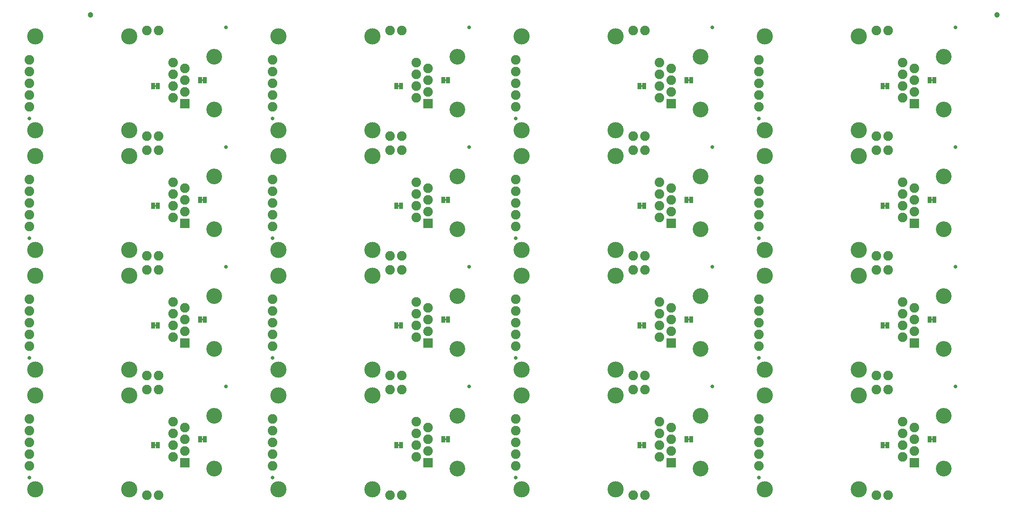
<source format=gbs>
G04 EAGLE Gerber RS-274X export*
G75*
%MOMM*%
%FSLAX34Y34*%
%LPD*%
%INSoldermask Bottom*%
%IPPOS*%
%AMOC8*
5,1,8,0,0,1.08239X$1,22.5*%
G01*
%ADD10C,2.082800*%
%ADD11R,2.082800X2.082800*%
%ADD12C,3.403200*%
%ADD13C,3.505200*%
%ADD14R,0.863600X1.473200*%
%ADD15C,0.838200*%
%ADD16C,1.203200*%

G36*
X389320Y908697D02*
X389320Y908697D01*
X389386Y908699D01*
X389429Y908717D01*
X389476Y908725D01*
X389533Y908759D01*
X389593Y908784D01*
X389628Y908815D01*
X389669Y908840D01*
X389711Y908891D01*
X389759Y908935D01*
X389781Y908977D01*
X389810Y909014D01*
X389831Y909076D01*
X389862Y909135D01*
X389870Y909189D01*
X389882Y909226D01*
X389881Y909266D01*
X389889Y909320D01*
X389889Y911860D01*
X389878Y911925D01*
X389876Y911991D01*
X389858Y912034D01*
X389850Y912081D01*
X389816Y912138D01*
X389791Y912198D01*
X389760Y912233D01*
X389735Y912274D01*
X389684Y912316D01*
X389640Y912364D01*
X389598Y912386D01*
X389561Y912415D01*
X389499Y912436D01*
X389440Y912467D01*
X389386Y912475D01*
X389349Y912487D01*
X389309Y912486D01*
X389255Y912494D01*
X385445Y912494D01*
X385380Y912483D01*
X385314Y912481D01*
X385271Y912463D01*
X385224Y912455D01*
X385167Y912421D01*
X385107Y912396D01*
X385072Y912365D01*
X385031Y912340D01*
X384990Y912289D01*
X384941Y912245D01*
X384919Y912203D01*
X384890Y912166D01*
X384869Y912104D01*
X384838Y912045D01*
X384830Y911991D01*
X384818Y911954D01*
X384818Y911951D01*
X384819Y911914D01*
X384811Y911860D01*
X384811Y909320D01*
X384822Y909255D01*
X384824Y909189D01*
X384842Y909146D01*
X384850Y909099D01*
X384884Y909042D01*
X384909Y908982D01*
X384940Y908947D01*
X384965Y908906D01*
X385016Y908865D01*
X385060Y908816D01*
X385102Y908794D01*
X385139Y908765D01*
X385201Y908744D01*
X385260Y908713D01*
X385314Y908705D01*
X385351Y908693D01*
X385391Y908694D01*
X385445Y908686D01*
X389255Y908686D01*
X389320Y908697D01*
G37*
G36*
X1966660Y908697D02*
X1966660Y908697D01*
X1966726Y908699D01*
X1966769Y908717D01*
X1966816Y908725D01*
X1966873Y908759D01*
X1966933Y908784D01*
X1966968Y908815D01*
X1967009Y908840D01*
X1967051Y908891D01*
X1967099Y908935D01*
X1967121Y908977D01*
X1967150Y909014D01*
X1967171Y909076D01*
X1967202Y909135D01*
X1967210Y909189D01*
X1967222Y909226D01*
X1967221Y909266D01*
X1967229Y909320D01*
X1967229Y911860D01*
X1967218Y911925D01*
X1967216Y911991D01*
X1967198Y912034D01*
X1967190Y912081D01*
X1967156Y912138D01*
X1967131Y912198D01*
X1967100Y912233D01*
X1967075Y912274D01*
X1967024Y912316D01*
X1966980Y912364D01*
X1966938Y912386D01*
X1966901Y912415D01*
X1966839Y912436D01*
X1966780Y912467D01*
X1966726Y912475D01*
X1966689Y912487D01*
X1966649Y912486D01*
X1966595Y912494D01*
X1962785Y912494D01*
X1962720Y912483D01*
X1962654Y912481D01*
X1962611Y912463D01*
X1962564Y912455D01*
X1962507Y912421D01*
X1962447Y912396D01*
X1962412Y912365D01*
X1962371Y912340D01*
X1962330Y912289D01*
X1962281Y912245D01*
X1962259Y912203D01*
X1962230Y912166D01*
X1962209Y912104D01*
X1962178Y912045D01*
X1962170Y911991D01*
X1962158Y911954D01*
X1962158Y911951D01*
X1962159Y911914D01*
X1962151Y911860D01*
X1962151Y909320D01*
X1962162Y909255D01*
X1962164Y909189D01*
X1962182Y909146D01*
X1962190Y909099D01*
X1962224Y909042D01*
X1962249Y908982D01*
X1962280Y908947D01*
X1962305Y908906D01*
X1962356Y908865D01*
X1962400Y908816D01*
X1962442Y908794D01*
X1962479Y908765D01*
X1962541Y908744D01*
X1962600Y908713D01*
X1962654Y908705D01*
X1962691Y908693D01*
X1962731Y908694D01*
X1962785Y908686D01*
X1966595Y908686D01*
X1966660Y908697D01*
G37*
G36*
X1440880Y908697D02*
X1440880Y908697D01*
X1440946Y908699D01*
X1440989Y908717D01*
X1441036Y908725D01*
X1441093Y908759D01*
X1441153Y908784D01*
X1441188Y908815D01*
X1441229Y908840D01*
X1441271Y908891D01*
X1441319Y908935D01*
X1441341Y908977D01*
X1441370Y909014D01*
X1441391Y909076D01*
X1441422Y909135D01*
X1441430Y909189D01*
X1441442Y909226D01*
X1441441Y909266D01*
X1441449Y909320D01*
X1441449Y911860D01*
X1441438Y911925D01*
X1441436Y911991D01*
X1441418Y912034D01*
X1441410Y912081D01*
X1441376Y912138D01*
X1441351Y912198D01*
X1441320Y912233D01*
X1441295Y912274D01*
X1441244Y912316D01*
X1441200Y912364D01*
X1441158Y912386D01*
X1441121Y912415D01*
X1441059Y912436D01*
X1441000Y912467D01*
X1440946Y912475D01*
X1440909Y912487D01*
X1440869Y912486D01*
X1440815Y912494D01*
X1437005Y912494D01*
X1436940Y912483D01*
X1436874Y912481D01*
X1436831Y912463D01*
X1436784Y912455D01*
X1436727Y912421D01*
X1436667Y912396D01*
X1436632Y912365D01*
X1436591Y912340D01*
X1436550Y912289D01*
X1436501Y912245D01*
X1436479Y912203D01*
X1436450Y912166D01*
X1436429Y912104D01*
X1436398Y912045D01*
X1436390Y911991D01*
X1436378Y911954D01*
X1436378Y911951D01*
X1436379Y911914D01*
X1436371Y911860D01*
X1436371Y909320D01*
X1436382Y909255D01*
X1436384Y909189D01*
X1436402Y909146D01*
X1436410Y909099D01*
X1436444Y909042D01*
X1436469Y908982D01*
X1436500Y908947D01*
X1436525Y908906D01*
X1436576Y908865D01*
X1436620Y908816D01*
X1436662Y908794D01*
X1436699Y908765D01*
X1436761Y908744D01*
X1436820Y908713D01*
X1436874Y908705D01*
X1436911Y908693D01*
X1436951Y908694D01*
X1437005Y908686D01*
X1440815Y908686D01*
X1440880Y908697D01*
G37*
G36*
X915100Y908697D02*
X915100Y908697D01*
X915166Y908699D01*
X915209Y908717D01*
X915256Y908725D01*
X915313Y908759D01*
X915373Y908784D01*
X915408Y908815D01*
X915449Y908840D01*
X915491Y908891D01*
X915539Y908935D01*
X915561Y908977D01*
X915590Y909014D01*
X915611Y909076D01*
X915642Y909135D01*
X915650Y909189D01*
X915662Y909226D01*
X915661Y909266D01*
X915669Y909320D01*
X915669Y911860D01*
X915658Y911925D01*
X915656Y911991D01*
X915638Y912034D01*
X915630Y912081D01*
X915596Y912138D01*
X915571Y912198D01*
X915540Y912233D01*
X915515Y912274D01*
X915464Y912316D01*
X915420Y912364D01*
X915378Y912386D01*
X915341Y912415D01*
X915279Y912436D01*
X915220Y912467D01*
X915166Y912475D01*
X915129Y912487D01*
X915089Y912486D01*
X915035Y912494D01*
X911225Y912494D01*
X911160Y912483D01*
X911094Y912481D01*
X911051Y912463D01*
X911004Y912455D01*
X910947Y912421D01*
X910887Y912396D01*
X910852Y912365D01*
X910811Y912340D01*
X910770Y912289D01*
X910721Y912245D01*
X910699Y912203D01*
X910670Y912166D01*
X910649Y912104D01*
X910618Y912045D01*
X910610Y911991D01*
X910598Y911954D01*
X910598Y911951D01*
X910599Y911914D01*
X910591Y911860D01*
X910591Y909320D01*
X910602Y909255D01*
X910604Y909189D01*
X910622Y909146D01*
X910630Y909099D01*
X910664Y909042D01*
X910689Y908982D01*
X910720Y908947D01*
X910745Y908906D01*
X910796Y908865D01*
X910840Y908816D01*
X910882Y908794D01*
X910919Y908765D01*
X910981Y908744D01*
X911040Y908713D01*
X911094Y908705D01*
X911131Y908693D01*
X911171Y908694D01*
X911225Y908686D01*
X915035Y908686D01*
X915100Y908697D01*
G37*
G36*
X1865060Y895997D02*
X1865060Y895997D01*
X1865126Y895999D01*
X1865169Y896017D01*
X1865216Y896025D01*
X1865273Y896059D01*
X1865333Y896084D01*
X1865368Y896115D01*
X1865409Y896140D01*
X1865451Y896191D01*
X1865499Y896235D01*
X1865521Y896277D01*
X1865550Y896314D01*
X1865571Y896376D01*
X1865602Y896435D01*
X1865610Y896489D01*
X1865622Y896526D01*
X1865621Y896566D01*
X1865629Y896620D01*
X1865629Y899160D01*
X1865618Y899225D01*
X1865616Y899291D01*
X1865598Y899334D01*
X1865590Y899381D01*
X1865556Y899438D01*
X1865531Y899498D01*
X1865500Y899533D01*
X1865475Y899574D01*
X1865424Y899616D01*
X1865380Y899664D01*
X1865338Y899686D01*
X1865301Y899715D01*
X1865239Y899736D01*
X1865180Y899767D01*
X1865126Y899775D01*
X1865089Y899787D01*
X1865049Y899786D01*
X1864995Y899794D01*
X1861185Y899794D01*
X1861120Y899783D01*
X1861054Y899781D01*
X1861011Y899763D01*
X1860964Y899755D01*
X1860907Y899721D01*
X1860847Y899696D01*
X1860812Y899665D01*
X1860771Y899640D01*
X1860730Y899589D01*
X1860681Y899545D01*
X1860659Y899503D01*
X1860630Y899466D01*
X1860609Y899404D01*
X1860578Y899345D01*
X1860570Y899291D01*
X1860558Y899254D01*
X1860558Y899251D01*
X1860559Y899214D01*
X1860551Y899160D01*
X1860551Y896620D01*
X1860562Y896555D01*
X1860564Y896489D01*
X1860582Y896446D01*
X1860590Y896399D01*
X1860624Y896342D01*
X1860649Y896282D01*
X1860680Y896247D01*
X1860705Y896206D01*
X1860756Y896165D01*
X1860800Y896116D01*
X1860842Y896094D01*
X1860879Y896065D01*
X1860941Y896044D01*
X1861000Y896013D01*
X1861054Y896005D01*
X1861091Y895993D01*
X1861131Y895994D01*
X1861185Y895986D01*
X1864995Y895986D01*
X1865060Y895997D01*
G37*
G36*
X1339280Y895997D02*
X1339280Y895997D01*
X1339346Y895999D01*
X1339389Y896017D01*
X1339436Y896025D01*
X1339493Y896059D01*
X1339553Y896084D01*
X1339588Y896115D01*
X1339629Y896140D01*
X1339671Y896191D01*
X1339719Y896235D01*
X1339741Y896277D01*
X1339770Y896314D01*
X1339791Y896376D01*
X1339822Y896435D01*
X1339830Y896489D01*
X1339842Y896526D01*
X1339841Y896566D01*
X1339849Y896620D01*
X1339849Y899160D01*
X1339838Y899225D01*
X1339836Y899291D01*
X1339818Y899334D01*
X1339810Y899381D01*
X1339776Y899438D01*
X1339751Y899498D01*
X1339720Y899533D01*
X1339695Y899574D01*
X1339644Y899616D01*
X1339600Y899664D01*
X1339558Y899686D01*
X1339521Y899715D01*
X1339459Y899736D01*
X1339400Y899767D01*
X1339346Y899775D01*
X1339309Y899787D01*
X1339269Y899786D01*
X1339215Y899794D01*
X1335405Y899794D01*
X1335340Y899783D01*
X1335274Y899781D01*
X1335231Y899763D01*
X1335184Y899755D01*
X1335127Y899721D01*
X1335067Y899696D01*
X1335032Y899665D01*
X1334991Y899640D01*
X1334950Y899589D01*
X1334901Y899545D01*
X1334879Y899503D01*
X1334850Y899466D01*
X1334829Y899404D01*
X1334798Y899345D01*
X1334790Y899291D01*
X1334778Y899254D01*
X1334778Y899251D01*
X1334779Y899214D01*
X1334771Y899160D01*
X1334771Y896620D01*
X1334782Y896555D01*
X1334784Y896489D01*
X1334802Y896446D01*
X1334810Y896399D01*
X1334844Y896342D01*
X1334869Y896282D01*
X1334900Y896247D01*
X1334925Y896206D01*
X1334976Y896165D01*
X1335020Y896116D01*
X1335062Y896094D01*
X1335099Y896065D01*
X1335161Y896044D01*
X1335220Y896013D01*
X1335274Y896005D01*
X1335311Y895993D01*
X1335351Y895994D01*
X1335405Y895986D01*
X1339215Y895986D01*
X1339280Y895997D01*
G37*
G36*
X813500Y895997D02*
X813500Y895997D01*
X813566Y895999D01*
X813609Y896017D01*
X813656Y896025D01*
X813713Y896059D01*
X813773Y896084D01*
X813808Y896115D01*
X813849Y896140D01*
X813891Y896191D01*
X813939Y896235D01*
X813961Y896277D01*
X813990Y896314D01*
X814011Y896376D01*
X814042Y896435D01*
X814050Y896489D01*
X814062Y896526D01*
X814061Y896566D01*
X814069Y896620D01*
X814069Y899160D01*
X814058Y899225D01*
X814056Y899291D01*
X814038Y899334D01*
X814030Y899381D01*
X813996Y899438D01*
X813971Y899498D01*
X813940Y899533D01*
X813915Y899574D01*
X813864Y899616D01*
X813820Y899664D01*
X813778Y899686D01*
X813741Y899715D01*
X813679Y899736D01*
X813620Y899767D01*
X813566Y899775D01*
X813529Y899787D01*
X813489Y899786D01*
X813435Y899794D01*
X809625Y899794D01*
X809560Y899783D01*
X809494Y899781D01*
X809451Y899763D01*
X809404Y899755D01*
X809347Y899721D01*
X809287Y899696D01*
X809252Y899665D01*
X809211Y899640D01*
X809170Y899589D01*
X809121Y899545D01*
X809099Y899503D01*
X809070Y899466D01*
X809049Y899404D01*
X809018Y899345D01*
X809010Y899291D01*
X808998Y899254D01*
X808998Y899251D01*
X808999Y899214D01*
X808991Y899160D01*
X808991Y896620D01*
X809002Y896555D01*
X809004Y896489D01*
X809022Y896446D01*
X809030Y896399D01*
X809064Y896342D01*
X809089Y896282D01*
X809120Y896247D01*
X809145Y896206D01*
X809196Y896165D01*
X809240Y896116D01*
X809282Y896094D01*
X809319Y896065D01*
X809381Y896044D01*
X809440Y896013D01*
X809494Y896005D01*
X809531Y895993D01*
X809571Y895994D01*
X809625Y895986D01*
X813435Y895986D01*
X813500Y895997D01*
G37*
G36*
X287720Y895997D02*
X287720Y895997D01*
X287786Y895999D01*
X287829Y896017D01*
X287876Y896025D01*
X287933Y896059D01*
X287993Y896084D01*
X288028Y896115D01*
X288069Y896140D01*
X288111Y896191D01*
X288159Y896235D01*
X288181Y896277D01*
X288210Y896314D01*
X288231Y896376D01*
X288262Y896435D01*
X288270Y896489D01*
X288282Y896526D01*
X288281Y896566D01*
X288289Y896620D01*
X288289Y899160D01*
X288278Y899225D01*
X288276Y899291D01*
X288258Y899334D01*
X288250Y899381D01*
X288216Y899438D01*
X288191Y899498D01*
X288160Y899533D01*
X288135Y899574D01*
X288084Y899616D01*
X288040Y899664D01*
X287998Y899686D01*
X287961Y899715D01*
X287899Y899736D01*
X287840Y899767D01*
X287786Y899775D01*
X287749Y899787D01*
X287709Y899786D01*
X287655Y899794D01*
X283845Y899794D01*
X283780Y899783D01*
X283714Y899781D01*
X283671Y899763D01*
X283624Y899755D01*
X283567Y899721D01*
X283507Y899696D01*
X283472Y899665D01*
X283431Y899640D01*
X283390Y899589D01*
X283341Y899545D01*
X283319Y899503D01*
X283290Y899466D01*
X283269Y899404D01*
X283238Y899345D01*
X283230Y899291D01*
X283218Y899254D01*
X283218Y899251D01*
X283219Y899214D01*
X283211Y899160D01*
X283211Y896620D01*
X283222Y896555D01*
X283224Y896489D01*
X283242Y896446D01*
X283250Y896399D01*
X283284Y896342D01*
X283309Y896282D01*
X283340Y896247D01*
X283365Y896206D01*
X283416Y896165D01*
X283460Y896116D01*
X283502Y896094D01*
X283539Y896065D01*
X283601Y896044D01*
X283660Y896013D01*
X283714Y896005D01*
X283751Y895993D01*
X283791Y895994D01*
X283845Y895986D01*
X287655Y895986D01*
X287720Y895997D01*
G37*
G36*
X1966660Y649617D02*
X1966660Y649617D01*
X1966726Y649619D01*
X1966769Y649637D01*
X1966816Y649645D01*
X1966873Y649679D01*
X1966933Y649704D01*
X1966968Y649735D01*
X1967009Y649760D01*
X1967051Y649811D01*
X1967099Y649855D01*
X1967121Y649897D01*
X1967150Y649934D01*
X1967171Y649996D01*
X1967202Y650055D01*
X1967210Y650109D01*
X1967222Y650146D01*
X1967221Y650186D01*
X1967229Y650240D01*
X1967229Y652780D01*
X1967218Y652845D01*
X1967216Y652911D01*
X1967198Y652954D01*
X1967190Y653001D01*
X1967156Y653058D01*
X1967131Y653118D01*
X1967100Y653153D01*
X1967075Y653194D01*
X1967024Y653236D01*
X1966980Y653284D01*
X1966938Y653306D01*
X1966901Y653335D01*
X1966839Y653356D01*
X1966780Y653387D01*
X1966726Y653395D01*
X1966689Y653407D01*
X1966649Y653406D01*
X1966595Y653414D01*
X1962785Y653414D01*
X1962720Y653403D01*
X1962654Y653401D01*
X1962611Y653383D01*
X1962564Y653375D01*
X1962507Y653341D01*
X1962447Y653316D01*
X1962412Y653285D01*
X1962371Y653260D01*
X1962330Y653209D01*
X1962281Y653165D01*
X1962259Y653123D01*
X1962230Y653086D01*
X1962209Y653024D01*
X1962178Y652965D01*
X1962170Y652911D01*
X1962158Y652874D01*
X1962158Y652871D01*
X1962159Y652834D01*
X1962151Y652780D01*
X1962151Y650240D01*
X1962162Y650175D01*
X1962164Y650109D01*
X1962182Y650066D01*
X1962190Y650019D01*
X1962224Y649962D01*
X1962249Y649902D01*
X1962280Y649867D01*
X1962305Y649826D01*
X1962356Y649785D01*
X1962400Y649736D01*
X1962442Y649714D01*
X1962479Y649685D01*
X1962541Y649664D01*
X1962600Y649633D01*
X1962654Y649625D01*
X1962691Y649613D01*
X1962731Y649614D01*
X1962785Y649606D01*
X1966595Y649606D01*
X1966660Y649617D01*
G37*
G36*
X1440880Y649617D02*
X1440880Y649617D01*
X1440946Y649619D01*
X1440989Y649637D01*
X1441036Y649645D01*
X1441093Y649679D01*
X1441153Y649704D01*
X1441188Y649735D01*
X1441229Y649760D01*
X1441271Y649811D01*
X1441319Y649855D01*
X1441341Y649897D01*
X1441370Y649934D01*
X1441391Y649996D01*
X1441422Y650055D01*
X1441430Y650109D01*
X1441442Y650146D01*
X1441441Y650186D01*
X1441449Y650240D01*
X1441449Y652780D01*
X1441438Y652845D01*
X1441436Y652911D01*
X1441418Y652954D01*
X1441410Y653001D01*
X1441376Y653058D01*
X1441351Y653118D01*
X1441320Y653153D01*
X1441295Y653194D01*
X1441244Y653236D01*
X1441200Y653284D01*
X1441158Y653306D01*
X1441121Y653335D01*
X1441059Y653356D01*
X1441000Y653387D01*
X1440946Y653395D01*
X1440909Y653407D01*
X1440869Y653406D01*
X1440815Y653414D01*
X1437005Y653414D01*
X1436940Y653403D01*
X1436874Y653401D01*
X1436831Y653383D01*
X1436784Y653375D01*
X1436727Y653341D01*
X1436667Y653316D01*
X1436632Y653285D01*
X1436591Y653260D01*
X1436550Y653209D01*
X1436501Y653165D01*
X1436479Y653123D01*
X1436450Y653086D01*
X1436429Y653024D01*
X1436398Y652965D01*
X1436390Y652911D01*
X1436378Y652874D01*
X1436378Y652871D01*
X1436379Y652834D01*
X1436371Y652780D01*
X1436371Y650240D01*
X1436382Y650175D01*
X1436384Y650109D01*
X1436402Y650066D01*
X1436410Y650019D01*
X1436444Y649962D01*
X1436469Y649902D01*
X1436500Y649867D01*
X1436525Y649826D01*
X1436576Y649785D01*
X1436620Y649736D01*
X1436662Y649714D01*
X1436699Y649685D01*
X1436761Y649664D01*
X1436820Y649633D01*
X1436874Y649625D01*
X1436911Y649613D01*
X1436951Y649614D01*
X1437005Y649606D01*
X1440815Y649606D01*
X1440880Y649617D01*
G37*
G36*
X915100Y649617D02*
X915100Y649617D01*
X915166Y649619D01*
X915209Y649637D01*
X915256Y649645D01*
X915313Y649679D01*
X915373Y649704D01*
X915408Y649735D01*
X915449Y649760D01*
X915491Y649811D01*
X915539Y649855D01*
X915561Y649897D01*
X915590Y649934D01*
X915611Y649996D01*
X915642Y650055D01*
X915650Y650109D01*
X915662Y650146D01*
X915661Y650186D01*
X915669Y650240D01*
X915669Y652780D01*
X915658Y652845D01*
X915656Y652911D01*
X915638Y652954D01*
X915630Y653001D01*
X915596Y653058D01*
X915571Y653118D01*
X915540Y653153D01*
X915515Y653194D01*
X915464Y653236D01*
X915420Y653284D01*
X915378Y653306D01*
X915341Y653335D01*
X915279Y653356D01*
X915220Y653387D01*
X915166Y653395D01*
X915129Y653407D01*
X915089Y653406D01*
X915035Y653414D01*
X911225Y653414D01*
X911160Y653403D01*
X911094Y653401D01*
X911051Y653383D01*
X911004Y653375D01*
X910947Y653341D01*
X910887Y653316D01*
X910852Y653285D01*
X910811Y653260D01*
X910770Y653209D01*
X910721Y653165D01*
X910699Y653123D01*
X910670Y653086D01*
X910649Y653024D01*
X910618Y652965D01*
X910610Y652911D01*
X910598Y652874D01*
X910598Y652871D01*
X910599Y652834D01*
X910591Y652780D01*
X910591Y650240D01*
X910602Y650175D01*
X910604Y650109D01*
X910622Y650066D01*
X910630Y650019D01*
X910664Y649962D01*
X910689Y649902D01*
X910720Y649867D01*
X910745Y649826D01*
X910796Y649785D01*
X910840Y649736D01*
X910882Y649714D01*
X910919Y649685D01*
X910981Y649664D01*
X911040Y649633D01*
X911094Y649625D01*
X911131Y649613D01*
X911171Y649614D01*
X911225Y649606D01*
X915035Y649606D01*
X915100Y649617D01*
G37*
G36*
X389320Y649617D02*
X389320Y649617D01*
X389386Y649619D01*
X389429Y649637D01*
X389476Y649645D01*
X389533Y649679D01*
X389593Y649704D01*
X389628Y649735D01*
X389669Y649760D01*
X389711Y649811D01*
X389759Y649855D01*
X389781Y649897D01*
X389810Y649934D01*
X389831Y649996D01*
X389862Y650055D01*
X389870Y650109D01*
X389882Y650146D01*
X389881Y650186D01*
X389889Y650240D01*
X389889Y652780D01*
X389878Y652845D01*
X389876Y652911D01*
X389858Y652954D01*
X389850Y653001D01*
X389816Y653058D01*
X389791Y653118D01*
X389760Y653153D01*
X389735Y653194D01*
X389684Y653236D01*
X389640Y653284D01*
X389598Y653306D01*
X389561Y653335D01*
X389499Y653356D01*
X389440Y653387D01*
X389386Y653395D01*
X389349Y653407D01*
X389309Y653406D01*
X389255Y653414D01*
X385445Y653414D01*
X385380Y653403D01*
X385314Y653401D01*
X385271Y653383D01*
X385224Y653375D01*
X385167Y653341D01*
X385107Y653316D01*
X385072Y653285D01*
X385031Y653260D01*
X384990Y653209D01*
X384941Y653165D01*
X384919Y653123D01*
X384890Y653086D01*
X384869Y653024D01*
X384838Y652965D01*
X384830Y652911D01*
X384818Y652874D01*
X384818Y652871D01*
X384819Y652834D01*
X384811Y652780D01*
X384811Y650240D01*
X384822Y650175D01*
X384824Y650109D01*
X384842Y650066D01*
X384850Y650019D01*
X384884Y649962D01*
X384909Y649902D01*
X384940Y649867D01*
X384965Y649826D01*
X385016Y649785D01*
X385060Y649736D01*
X385102Y649714D01*
X385139Y649685D01*
X385201Y649664D01*
X385260Y649633D01*
X385314Y649625D01*
X385351Y649613D01*
X385391Y649614D01*
X385445Y649606D01*
X389255Y649606D01*
X389320Y649617D01*
G37*
G36*
X287720Y636917D02*
X287720Y636917D01*
X287786Y636919D01*
X287829Y636937D01*
X287876Y636945D01*
X287933Y636979D01*
X287993Y637004D01*
X288028Y637035D01*
X288069Y637060D01*
X288111Y637111D01*
X288159Y637155D01*
X288181Y637197D01*
X288210Y637234D01*
X288231Y637296D01*
X288262Y637355D01*
X288270Y637409D01*
X288282Y637446D01*
X288281Y637486D01*
X288289Y637540D01*
X288289Y640080D01*
X288278Y640145D01*
X288276Y640211D01*
X288258Y640254D01*
X288250Y640301D01*
X288216Y640358D01*
X288191Y640418D01*
X288160Y640453D01*
X288135Y640494D01*
X288084Y640536D01*
X288040Y640584D01*
X287998Y640606D01*
X287961Y640635D01*
X287899Y640656D01*
X287840Y640687D01*
X287786Y640695D01*
X287749Y640707D01*
X287709Y640706D01*
X287655Y640714D01*
X283845Y640714D01*
X283780Y640703D01*
X283714Y640701D01*
X283671Y640683D01*
X283624Y640675D01*
X283567Y640641D01*
X283507Y640616D01*
X283472Y640585D01*
X283431Y640560D01*
X283390Y640509D01*
X283341Y640465D01*
X283319Y640423D01*
X283290Y640386D01*
X283269Y640324D01*
X283238Y640265D01*
X283230Y640211D01*
X283218Y640174D01*
X283218Y640171D01*
X283219Y640134D01*
X283211Y640080D01*
X283211Y637540D01*
X283222Y637475D01*
X283224Y637409D01*
X283242Y637366D01*
X283250Y637319D01*
X283284Y637262D01*
X283309Y637202D01*
X283340Y637167D01*
X283365Y637126D01*
X283416Y637085D01*
X283460Y637036D01*
X283502Y637014D01*
X283539Y636985D01*
X283601Y636964D01*
X283660Y636933D01*
X283714Y636925D01*
X283751Y636913D01*
X283791Y636914D01*
X283845Y636906D01*
X287655Y636906D01*
X287720Y636917D01*
G37*
G36*
X1339280Y636917D02*
X1339280Y636917D01*
X1339346Y636919D01*
X1339389Y636937D01*
X1339436Y636945D01*
X1339493Y636979D01*
X1339553Y637004D01*
X1339588Y637035D01*
X1339629Y637060D01*
X1339671Y637111D01*
X1339719Y637155D01*
X1339741Y637197D01*
X1339770Y637234D01*
X1339791Y637296D01*
X1339822Y637355D01*
X1339830Y637409D01*
X1339842Y637446D01*
X1339841Y637486D01*
X1339849Y637540D01*
X1339849Y640080D01*
X1339838Y640145D01*
X1339836Y640211D01*
X1339818Y640254D01*
X1339810Y640301D01*
X1339776Y640358D01*
X1339751Y640418D01*
X1339720Y640453D01*
X1339695Y640494D01*
X1339644Y640536D01*
X1339600Y640584D01*
X1339558Y640606D01*
X1339521Y640635D01*
X1339459Y640656D01*
X1339400Y640687D01*
X1339346Y640695D01*
X1339309Y640707D01*
X1339269Y640706D01*
X1339215Y640714D01*
X1335405Y640714D01*
X1335340Y640703D01*
X1335274Y640701D01*
X1335231Y640683D01*
X1335184Y640675D01*
X1335127Y640641D01*
X1335067Y640616D01*
X1335032Y640585D01*
X1334991Y640560D01*
X1334950Y640509D01*
X1334901Y640465D01*
X1334879Y640423D01*
X1334850Y640386D01*
X1334829Y640324D01*
X1334798Y640265D01*
X1334790Y640211D01*
X1334778Y640174D01*
X1334778Y640171D01*
X1334779Y640134D01*
X1334771Y640080D01*
X1334771Y637540D01*
X1334782Y637475D01*
X1334784Y637409D01*
X1334802Y637366D01*
X1334810Y637319D01*
X1334844Y637262D01*
X1334869Y637202D01*
X1334900Y637167D01*
X1334925Y637126D01*
X1334976Y637085D01*
X1335020Y637036D01*
X1335062Y637014D01*
X1335099Y636985D01*
X1335161Y636964D01*
X1335220Y636933D01*
X1335274Y636925D01*
X1335311Y636913D01*
X1335351Y636914D01*
X1335405Y636906D01*
X1339215Y636906D01*
X1339280Y636917D01*
G37*
G36*
X813500Y636917D02*
X813500Y636917D01*
X813566Y636919D01*
X813609Y636937D01*
X813656Y636945D01*
X813713Y636979D01*
X813773Y637004D01*
X813808Y637035D01*
X813849Y637060D01*
X813891Y637111D01*
X813939Y637155D01*
X813961Y637197D01*
X813990Y637234D01*
X814011Y637296D01*
X814042Y637355D01*
X814050Y637409D01*
X814062Y637446D01*
X814061Y637486D01*
X814069Y637540D01*
X814069Y640080D01*
X814058Y640145D01*
X814056Y640211D01*
X814038Y640254D01*
X814030Y640301D01*
X813996Y640358D01*
X813971Y640418D01*
X813940Y640453D01*
X813915Y640494D01*
X813864Y640536D01*
X813820Y640584D01*
X813778Y640606D01*
X813741Y640635D01*
X813679Y640656D01*
X813620Y640687D01*
X813566Y640695D01*
X813529Y640707D01*
X813489Y640706D01*
X813435Y640714D01*
X809625Y640714D01*
X809560Y640703D01*
X809494Y640701D01*
X809451Y640683D01*
X809404Y640675D01*
X809347Y640641D01*
X809287Y640616D01*
X809252Y640585D01*
X809211Y640560D01*
X809170Y640509D01*
X809121Y640465D01*
X809099Y640423D01*
X809070Y640386D01*
X809049Y640324D01*
X809018Y640265D01*
X809010Y640211D01*
X808998Y640174D01*
X808998Y640171D01*
X808999Y640134D01*
X808991Y640080D01*
X808991Y637540D01*
X809002Y637475D01*
X809004Y637409D01*
X809022Y637366D01*
X809030Y637319D01*
X809064Y637262D01*
X809089Y637202D01*
X809120Y637167D01*
X809145Y637126D01*
X809196Y637085D01*
X809240Y637036D01*
X809282Y637014D01*
X809319Y636985D01*
X809381Y636964D01*
X809440Y636933D01*
X809494Y636925D01*
X809531Y636913D01*
X809571Y636914D01*
X809625Y636906D01*
X813435Y636906D01*
X813500Y636917D01*
G37*
G36*
X1865060Y636917D02*
X1865060Y636917D01*
X1865126Y636919D01*
X1865169Y636937D01*
X1865216Y636945D01*
X1865273Y636979D01*
X1865333Y637004D01*
X1865368Y637035D01*
X1865409Y637060D01*
X1865451Y637111D01*
X1865499Y637155D01*
X1865521Y637197D01*
X1865550Y637234D01*
X1865571Y637296D01*
X1865602Y637355D01*
X1865610Y637409D01*
X1865622Y637446D01*
X1865621Y637486D01*
X1865629Y637540D01*
X1865629Y640080D01*
X1865618Y640145D01*
X1865616Y640211D01*
X1865598Y640254D01*
X1865590Y640301D01*
X1865556Y640358D01*
X1865531Y640418D01*
X1865500Y640453D01*
X1865475Y640494D01*
X1865424Y640536D01*
X1865380Y640584D01*
X1865338Y640606D01*
X1865301Y640635D01*
X1865239Y640656D01*
X1865180Y640687D01*
X1865126Y640695D01*
X1865089Y640707D01*
X1865049Y640706D01*
X1864995Y640714D01*
X1861185Y640714D01*
X1861120Y640703D01*
X1861054Y640701D01*
X1861011Y640683D01*
X1860964Y640675D01*
X1860907Y640641D01*
X1860847Y640616D01*
X1860812Y640585D01*
X1860771Y640560D01*
X1860730Y640509D01*
X1860681Y640465D01*
X1860659Y640423D01*
X1860630Y640386D01*
X1860609Y640324D01*
X1860578Y640265D01*
X1860570Y640211D01*
X1860558Y640174D01*
X1860558Y640171D01*
X1860559Y640134D01*
X1860551Y640080D01*
X1860551Y637540D01*
X1860562Y637475D01*
X1860564Y637409D01*
X1860582Y637366D01*
X1860590Y637319D01*
X1860624Y637262D01*
X1860649Y637202D01*
X1860680Y637167D01*
X1860705Y637126D01*
X1860756Y637085D01*
X1860800Y637036D01*
X1860842Y637014D01*
X1860879Y636985D01*
X1860941Y636964D01*
X1861000Y636933D01*
X1861054Y636925D01*
X1861091Y636913D01*
X1861131Y636914D01*
X1861185Y636906D01*
X1864995Y636906D01*
X1865060Y636917D01*
G37*
G36*
X915100Y390537D02*
X915100Y390537D01*
X915166Y390539D01*
X915209Y390557D01*
X915256Y390565D01*
X915313Y390599D01*
X915373Y390624D01*
X915408Y390655D01*
X915449Y390680D01*
X915491Y390731D01*
X915539Y390775D01*
X915561Y390817D01*
X915590Y390854D01*
X915611Y390916D01*
X915642Y390975D01*
X915650Y391029D01*
X915662Y391066D01*
X915661Y391106D01*
X915669Y391160D01*
X915669Y393700D01*
X915658Y393765D01*
X915656Y393831D01*
X915638Y393874D01*
X915630Y393921D01*
X915596Y393978D01*
X915571Y394038D01*
X915540Y394073D01*
X915515Y394114D01*
X915464Y394156D01*
X915420Y394204D01*
X915378Y394226D01*
X915341Y394255D01*
X915279Y394276D01*
X915220Y394307D01*
X915166Y394315D01*
X915129Y394327D01*
X915089Y394326D01*
X915035Y394334D01*
X911225Y394334D01*
X911160Y394323D01*
X911094Y394321D01*
X911051Y394303D01*
X911004Y394295D01*
X910947Y394261D01*
X910887Y394236D01*
X910852Y394205D01*
X910811Y394180D01*
X910770Y394129D01*
X910721Y394085D01*
X910699Y394043D01*
X910670Y394006D01*
X910649Y393944D01*
X910618Y393885D01*
X910610Y393831D01*
X910598Y393794D01*
X910598Y393791D01*
X910599Y393754D01*
X910591Y393700D01*
X910591Y391160D01*
X910602Y391095D01*
X910604Y391029D01*
X910622Y390986D01*
X910630Y390939D01*
X910664Y390882D01*
X910689Y390822D01*
X910720Y390787D01*
X910745Y390746D01*
X910796Y390705D01*
X910840Y390656D01*
X910882Y390634D01*
X910919Y390605D01*
X910981Y390584D01*
X911040Y390553D01*
X911094Y390545D01*
X911131Y390533D01*
X911171Y390534D01*
X911225Y390526D01*
X915035Y390526D01*
X915100Y390537D01*
G37*
G36*
X1966660Y390537D02*
X1966660Y390537D01*
X1966726Y390539D01*
X1966769Y390557D01*
X1966816Y390565D01*
X1966873Y390599D01*
X1966933Y390624D01*
X1966968Y390655D01*
X1967009Y390680D01*
X1967051Y390731D01*
X1967099Y390775D01*
X1967121Y390817D01*
X1967150Y390854D01*
X1967171Y390916D01*
X1967202Y390975D01*
X1967210Y391029D01*
X1967222Y391066D01*
X1967221Y391106D01*
X1967229Y391160D01*
X1967229Y393700D01*
X1967218Y393765D01*
X1967216Y393831D01*
X1967198Y393874D01*
X1967190Y393921D01*
X1967156Y393978D01*
X1967131Y394038D01*
X1967100Y394073D01*
X1967075Y394114D01*
X1967024Y394156D01*
X1966980Y394204D01*
X1966938Y394226D01*
X1966901Y394255D01*
X1966839Y394276D01*
X1966780Y394307D01*
X1966726Y394315D01*
X1966689Y394327D01*
X1966649Y394326D01*
X1966595Y394334D01*
X1962785Y394334D01*
X1962720Y394323D01*
X1962654Y394321D01*
X1962611Y394303D01*
X1962564Y394295D01*
X1962507Y394261D01*
X1962447Y394236D01*
X1962412Y394205D01*
X1962371Y394180D01*
X1962330Y394129D01*
X1962281Y394085D01*
X1962259Y394043D01*
X1962230Y394006D01*
X1962209Y393944D01*
X1962178Y393885D01*
X1962170Y393831D01*
X1962158Y393794D01*
X1962158Y393791D01*
X1962159Y393754D01*
X1962151Y393700D01*
X1962151Y391160D01*
X1962162Y391095D01*
X1962164Y391029D01*
X1962182Y390986D01*
X1962190Y390939D01*
X1962224Y390882D01*
X1962249Y390822D01*
X1962280Y390787D01*
X1962305Y390746D01*
X1962356Y390705D01*
X1962400Y390656D01*
X1962442Y390634D01*
X1962479Y390605D01*
X1962541Y390584D01*
X1962600Y390553D01*
X1962654Y390545D01*
X1962691Y390533D01*
X1962731Y390534D01*
X1962785Y390526D01*
X1966595Y390526D01*
X1966660Y390537D01*
G37*
G36*
X1440880Y390537D02*
X1440880Y390537D01*
X1440946Y390539D01*
X1440989Y390557D01*
X1441036Y390565D01*
X1441093Y390599D01*
X1441153Y390624D01*
X1441188Y390655D01*
X1441229Y390680D01*
X1441271Y390731D01*
X1441319Y390775D01*
X1441341Y390817D01*
X1441370Y390854D01*
X1441391Y390916D01*
X1441422Y390975D01*
X1441430Y391029D01*
X1441442Y391066D01*
X1441441Y391106D01*
X1441449Y391160D01*
X1441449Y393700D01*
X1441438Y393765D01*
X1441436Y393831D01*
X1441418Y393874D01*
X1441410Y393921D01*
X1441376Y393978D01*
X1441351Y394038D01*
X1441320Y394073D01*
X1441295Y394114D01*
X1441244Y394156D01*
X1441200Y394204D01*
X1441158Y394226D01*
X1441121Y394255D01*
X1441059Y394276D01*
X1441000Y394307D01*
X1440946Y394315D01*
X1440909Y394327D01*
X1440869Y394326D01*
X1440815Y394334D01*
X1437005Y394334D01*
X1436940Y394323D01*
X1436874Y394321D01*
X1436831Y394303D01*
X1436784Y394295D01*
X1436727Y394261D01*
X1436667Y394236D01*
X1436632Y394205D01*
X1436591Y394180D01*
X1436550Y394129D01*
X1436501Y394085D01*
X1436479Y394043D01*
X1436450Y394006D01*
X1436429Y393944D01*
X1436398Y393885D01*
X1436390Y393831D01*
X1436378Y393794D01*
X1436378Y393791D01*
X1436379Y393754D01*
X1436371Y393700D01*
X1436371Y391160D01*
X1436382Y391095D01*
X1436384Y391029D01*
X1436402Y390986D01*
X1436410Y390939D01*
X1436444Y390882D01*
X1436469Y390822D01*
X1436500Y390787D01*
X1436525Y390746D01*
X1436576Y390705D01*
X1436620Y390656D01*
X1436662Y390634D01*
X1436699Y390605D01*
X1436761Y390584D01*
X1436820Y390553D01*
X1436874Y390545D01*
X1436911Y390533D01*
X1436951Y390534D01*
X1437005Y390526D01*
X1440815Y390526D01*
X1440880Y390537D01*
G37*
G36*
X389320Y390537D02*
X389320Y390537D01*
X389386Y390539D01*
X389429Y390557D01*
X389476Y390565D01*
X389533Y390599D01*
X389593Y390624D01*
X389628Y390655D01*
X389669Y390680D01*
X389711Y390731D01*
X389759Y390775D01*
X389781Y390817D01*
X389810Y390854D01*
X389831Y390916D01*
X389862Y390975D01*
X389870Y391029D01*
X389882Y391066D01*
X389881Y391106D01*
X389889Y391160D01*
X389889Y393700D01*
X389878Y393765D01*
X389876Y393831D01*
X389858Y393874D01*
X389850Y393921D01*
X389816Y393978D01*
X389791Y394038D01*
X389760Y394073D01*
X389735Y394114D01*
X389684Y394156D01*
X389640Y394204D01*
X389598Y394226D01*
X389561Y394255D01*
X389499Y394276D01*
X389440Y394307D01*
X389386Y394315D01*
X389349Y394327D01*
X389309Y394326D01*
X389255Y394334D01*
X385445Y394334D01*
X385380Y394323D01*
X385314Y394321D01*
X385271Y394303D01*
X385224Y394295D01*
X385167Y394261D01*
X385107Y394236D01*
X385072Y394205D01*
X385031Y394180D01*
X384990Y394129D01*
X384941Y394085D01*
X384919Y394043D01*
X384890Y394006D01*
X384869Y393944D01*
X384838Y393885D01*
X384830Y393831D01*
X384818Y393794D01*
X384818Y393791D01*
X384819Y393754D01*
X384811Y393700D01*
X384811Y391160D01*
X384822Y391095D01*
X384824Y391029D01*
X384842Y390986D01*
X384850Y390939D01*
X384884Y390882D01*
X384909Y390822D01*
X384940Y390787D01*
X384965Y390746D01*
X385016Y390705D01*
X385060Y390656D01*
X385102Y390634D01*
X385139Y390605D01*
X385201Y390584D01*
X385260Y390553D01*
X385314Y390545D01*
X385351Y390533D01*
X385391Y390534D01*
X385445Y390526D01*
X389255Y390526D01*
X389320Y390537D01*
G37*
G36*
X1339280Y377837D02*
X1339280Y377837D01*
X1339346Y377839D01*
X1339389Y377857D01*
X1339436Y377865D01*
X1339493Y377899D01*
X1339553Y377924D01*
X1339588Y377955D01*
X1339629Y377980D01*
X1339671Y378031D01*
X1339719Y378075D01*
X1339741Y378117D01*
X1339770Y378154D01*
X1339791Y378216D01*
X1339822Y378275D01*
X1339830Y378329D01*
X1339842Y378366D01*
X1339841Y378406D01*
X1339849Y378460D01*
X1339849Y381000D01*
X1339838Y381065D01*
X1339836Y381131D01*
X1339818Y381174D01*
X1339810Y381221D01*
X1339776Y381278D01*
X1339751Y381338D01*
X1339720Y381373D01*
X1339695Y381414D01*
X1339644Y381456D01*
X1339600Y381504D01*
X1339558Y381526D01*
X1339521Y381555D01*
X1339459Y381576D01*
X1339400Y381607D01*
X1339346Y381615D01*
X1339309Y381627D01*
X1339269Y381626D01*
X1339215Y381634D01*
X1335405Y381634D01*
X1335340Y381623D01*
X1335274Y381621D01*
X1335231Y381603D01*
X1335184Y381595D01*
X1335127Y381561D01*
X1335067Y381536D01*
X1335032Y381505D01*
X1334991Y381480D01*
X1334950Y381429D01*
X1334901Y381385D01*
X1334879Y381343D01*
X1334850Y381306D01*
X1334829Y381244D01*
X1334798Y381185D01*
X1334790Y381131D01*
X1334778Y381094D01*
X1334778Y381091D01*
X1334779Y381054D01*
X1334771Y381000D01*
X1334771Y378460D01*
X1334782Y378395D01*
X1334784Y378329D01*
X1334802Y378286D01*
X1334810Y378239D01*
X1334844Y378182D01*
X1334869Y378122D01*
X1334900Y378087D01*
X1334925Y378046D01*
X1334976Y378005D01*
X1335020Y377956D01*
X1335062Y377934D01*
X1335099Y377905D01*
X1335161Y377884D01*
X1335220Y377853D01*
X1335274Y377845D01*
X1335311Y377833D01*
X1335351Y377834D01*
X1335405Y377826D01*
X1339215Y377826D01*
X1339280Y377837D01*
G37*
G36*
X813500Y377837D02*
X813500Y377837D01*
X813566Y377839D01*
X813609Y377857D01*
X813656Y377865D01*
X813713Y377899D01*
X813773Y377924D01*
X813808Y377955D01*
X813849Y377980D01*
X813891Y378031D01*
X813939Y378075D01*
X813961Y378117D01*
X813990Y378154D01*
X814011Y378216D01*
X814042Y378275D01*
X814050Y378329D01*
X814062Y378366D01*
X814061Y378406D01*
X814069Y378460D01*
X814069Y381000D01*
X814058Y381065D01*
X814056Y381131D01*
X814038Y381174D01*
X814030Y381221D01*
X813996Y381278D01*
X813971Y381338D01*
X813940Y381373D01*
X813915Y381414D01*
X813864Y381456D01*
X813820Y381504D01*
X813778Y381526D01*
X813741Y381555D01*
X813679Y381576D01*
X813620Y381607D01*
X813566Y381615D01*
X813529Y381627D01*
X813489Y381626D01*
X813435Y381634D01*
X809625Y381634D01*
X809560Y381623D01*
X809494Y381621D01*
X809451Y381603D01*
X809404Y381595D01*
X809347Y381561D01*
X809287Y381536D01*
X809252Y381505D01*
X809211Y381480D01*
X809170Y381429D01*
X809121Y381385D01*
X809099Y381343D01*
X809070Y381306D01*
X809049Y381244D01*
X809018Y381185D01*
X809010Y381131D01*
X808998Y381094D01*
X808998Y381091D01*
X808999Y381054D01*
X808991Y381000D01*
X808991Y378460D01*
X809002Y378395D01*
X809004Y378329D01*
X809022Y378286D01*
X809030Y378239D01*
X809064Y378182D01*
X809089Y378122D01*
X809120Y378087D01*
X809145Y378046D01*
X809196Y378005D01*
X809240Y377956D01*
X809282Y377934D01*
X809319Y377905D01*
X809381Y377884D01*
X809440Y377853D01*
X809494Y377845D01*
X809531Y377833D01*
X809571Y377834D01*
X809625Y377826D01*
X813435Y377826D01*
X813500Y377837D01*
G37*
G36*
X1865060Y377837D02*
X1865060Y377837D01*
X1865126Y377839D01*
X1865169Y377857D01*
X1865216Y377865D01*
X1865273Y377899D01*
X1865333Y377924D01*
X1865368Y377955D01*
X1865409Y377980D01*
X1865451Y378031D01*
X1865499Y378075D01*
X1865521Y378117D01*
X1865550Y378154D01*
X1865571Y378216D01*
X1865602Y378275D01*
X1865610Y378329D01*
X1865622Y378366D01*
X1865621Y378406D01*
X1865629Y378460D01*
X1865629Y381000D01*
X1865618Y381065D01*
X1865616Y381131D01*
X1865598Y381174D01*
X1865590Y381221D01*
X1865556Y381278D01*
X1865531Y381338D01*
X1865500Y381373D01*
X1865475Y381414D01*
X1865424Y381456D01*
X1865380Y381504D01*
X1865338Y381526D01*
X1865301Y381555D01*
X1865239Y381576D01*
X1865180Y381607D01*
X1865126Y381615D01*
X1865089Y381627D01*
X1865049Y381626D01*
X1864995Y381634D01*
X1861185Y381634D01*
X1861120Y381623D01*
X1861054Y381621D01*
X1861011Y381603D01*
X1860964Y381595D01*
X1860907Y381561D01*
X1860847Y381536D01*
X1860812Y381505D01*
X1860771Y381480D01*
X1860730Y381429D01*
X1860681Y381385D01*
X1860659Y381343D01*
X1860630Y381306D01*
X1860609Y381244D01*
X1860578Y381185D01*
X1860570Y381131D01*
X1860558Y381094D01*
X1860558Y381091D01*
X1860559Y381054D01*
X1860551Y381000D01*
X1860551Y378460D01*
X1860562Y378395D01*
X1860564Y378329D01*
X1860582Y378286D01*
X1860590Y378239D01*
X1860624Y378182D01*
X1860649Y378122D01*
X1860680Y378087D01*
X1860705Y378046D01*
X1860756Y378005D01*
X1860800Y377956D01*
X1860842Y377934D01*
X1860879Y377905D01*
X1860941Y377884D01*
X1861000Y377853D01*
X1861054Y377845D01*
X1861091Y377833D01*
X1861131Y377834D01*
X1861185Y377826D01*
X1864995Y377826D01*
X1865060Y377837D01*
G37*
G36*
X287720Y377837D02*
X287720Y377837D01*
X287786Y377839D01*
X287829Y377857D01*
X287876Y377865D01*
X287933Y377899D01*
X287993Y377924D01*
X288028Y377955D01*
X288069Y377980D01*
X288111Y378031D01*
X288159Y378075D01*
X288181Y378117D01*
X288210Y378154D01*
X288231Y378216D01*
X288262Y378275D01*
X288270Y378329D01*
X288282Y378366D01*
X288281Y378406D01*
X288289Y378460D01*
X288289Y381000D01*
X288278Y381065D01*
X288276Y381131D01*
X288258Y381174D01*
X288250Y381221D01*
X288216Y381278D01*
X288191Y381338D01*
X288160Y381373D01*
X288135Y381414D01*
X288084Y381456D01*
X288040Y381504D01*
X287998Y381526D01*
X287961Y381555D01*
X287899Y381576D01*
X287840Y381607D01*
X287786Y381615D01*
X287749Y381627D01*
X287709Y381626D01*
X287655Y381634D01*
X283845Y381634D01*
X283780Y381623D01*
X283714Y381621D01*
X283671Y381603D01*
X283624Y381595D01*
X283567Y381561D01*
X283507Y381536D01*
X283472Y381505D01*
X283431Y381480D01*
X283390Y381429D01*
X283341Y381385D01*
X283319Y381343D01*
X283290Y381306D01*
X283269Y381244D01*
X283238Y381185D01*
X283230Y381131D01*
X283218Y381094D01*
X283218Y381091D01*
X283219Y381054D01*
X283211Y381000D01*
X283211Y378460D01*
X283222Y378395D01*
X283224Y378329D01*
X283242Y378286D01*
X283250Y378239D01*
X283284Y378182D01*
X283309Y378122D01*
X283340Y378087D01*
X283365Y378046D01*
X283416Y378005D01*
X283460Y377956D01*
X283502Y377934D01*
X283539Y377905D01*
X283601Y377884D01*
X283660Y377853D01*
X283714Y377845D01*
X283751Y377833D01*
X283791Y377834D01*
X283845Y377826D01*
X287655Y377826D01*
X287720Y377837D01*
G37*
G36*
X1440880Y131457D02*
X1440880Y131457D01*
X1440946Y131459D01*
X1440989Y131477D01*
X1441036Y131485D01*
X1441093Y131519D01*
X1441153Y131544D01*
X1441188Y131575D01*
X1441229Y131600D01*
X1441271Y131651D01*
X1441319Y131695D01*
X1441341Y131737D01*
X1441370Y131774D01*
X1441391Y131836D01*
X1441422Y131895D01*
X1441430Y131949D01*
X1441442Y131986D01*
X1441441Y132026D01*
X1441449Y132080D01*
X1441449Y134620D01*
X1441438Y134685D01*
X1441436Y134751D01*
X1441418Y134794D01*
X1441410Y134841D01*
X1441376Y134898D01*
X1441351Y134958D01*
X1441320Y134993D01*
X1441295Y135034D01*
X1441244Y135076D01*
X1441200Y135124D01*
X1441158Y135146D01*
X1441121Y135175D01*
X1441059Y135196D01*
X1441000Y135227D01*
X1440946Y135235D01*
X1440909Y135247D01*
X1440869Y135246D01*
X1440815Y135254D01*
X1437005Y135254D01*
X1436940Y135243D01*
X1436874Y135241D01*
X1436831Y135223D01*
X1436784Y135215D01*
X1436727Y135181D01*
X1436667Y135156D01*
X1436632Y135125D01*
X1436591Y135100D01*
X1436550Y135049D01*
X1436501Y135005D01*
X1436479Y134963D01*
X1436450Y134926D01*
X1436429Y134864D01*
X1436398Y134805D01*
X1436390Y134751D01*
X1436378Y134714D01*
X1436378Y134711D01*
X1436379Y134674D01*
X1436371Y134620D01*
X1436371Y132080D01*
X1436382Y132015D01*
X1436384Y131949D01*
X1436402Y131906D01*
X1436410Y131859D01*
X1436444Y131802D01*
X1436469Y131742D01*
X1436500Y131707D01*
X1436525Y131666D01*
X1436576Y131625D01*
X1436620Y131576D01*
X1436662Y131554D01*
X1436699Y131525D01*
X1436761Y131504D01*
X1436820Y131473D01*
X1436874Y131465D01*
X1436911Y131453D01*
X1436951Y131454D01*
X1437005Y131446D01*
X1440815Y131446D01*
X1440880Y131457D01*
G37*
G36*
X1966660Y131457D02*
X1966660Y131457D01*
X1966726Y131459D01*
X1966769Y131477D01*
X1966816Y131485D01*
X1966873Y131519D01*
X1966933Y131544D01*
X1966968Y131575D01*
X1967009Y131600D01*
X1967051Y131651D01*
X1967099Y131695D01*
X1967121Y131737D01*
X1967150Y131774D01*
X1967171Y131836D01*
X1967202Y131895D01*
X1967210Y131949D01*
X1967222Y131986D01*
X1967221Y132026D01*
X1967229Y132080D01*
X1967229Y134620D01*
X1967218Y134685D01*
X1967216Y134751D01*
X1967198Y134794D01*
X1967190Y134841D01*
X1967156Y134898D01*
X1967131Y134958D01*
X1967100Y134993D01*
X1967075Y135034D01*
X1967024Y135076D01*
X1966980Y135124D01*
X1966938Y135146D01*
X1966901Y135175D01*
X1966839Y135196D01*
X1966780Y135227D01*
X1966726Y135235D01*
X1966689Y135247D01*
X1966649Y135246D01*
X1966595Y135254D01*
X1962785Y135254D01*
X1962720Y135243D01*
X1962654Y135241D01*
X1962611Y135223D01*
X1962564Y135215D01*
X1962507Y135181D01*
X1962447Y135156D01*
X1962412Y135125D01*
X1962371Y135100D01*
X1962330Y135049D01*
X1962281Y135005D01*
X1962259Y134963D01*
X1962230Y134926D01*
X1962209Y134864D01*
X1962178Y134805D01*
X1962170Y134751D01*
X1962158Y134714D01*
X1962158Y134711D01*
X1962159Y134674D01*
X1962151Y134620D01*
X1962151Y132080D01*
X1962162Y132015D01*
X1962164Y131949D01*
X1962182Y131906D01*
X1962190Y131859D01*
X1962224Y131802D01*
X1962249Y131742D01*
X1962280Y131707D01*
X1962305Y131666D01*
X1962356Y131625D01*
X1962400Y131576D01*
X1962442Y131554D01*
X1962479Y131525D01*
X1962541Y131504D01*
X1962600Y131473D01*
X1962654Y131465D01*
X1962691Y131453D01*
X1962731Y131454D01*
X1962785Y131446D01*
X1966595Y131446D01*
X1966660Y131457D01*
G37*
G36*
X915100Y131457D02*
X915100Y131457D01*
X915166Y131459D01*
X915209Y131477D01*
X915256Y131485D01*
X915313Y131519D01*
X915373Y131544D01*
X915408Y131575D01*
X915449Y131600D01*
X915491Y131651D01*
X915539Y131695D01*
X915561Y131737D01*
X915590Y131774D01*
X915611Y131836D01*
X915642Y131895D01*
X915650Y131949D01*
X915662Y131986D01*
X915661Y132026D01*
X915669Y132080D01*
X915669Y134620D01*
X915658Y134685D01*
X915656Y134751D01*
X915638Y134794D01*
X915630Y134841D01*
X915596Y134898D01*
X915571Y134958D01*
X915540Y134993D01*
X915515Y135034D01*
X915464Y135076D01*
X915420Y135124D01*
X915378Y135146D01*
X915341Y135175D01*
X915279Y135196D01*
X915220Y135227D01*
X915166Y135235D01*
X915129Y135247D01*
X915089Y135246D01*
X915035Y135254D01*
X911225Y135254D01*
X911160Y135243D01*
X911094Y135241D01*
X911051Y135223D01*
X911004Y135215D01*
X910947Y135181D01*
X910887Y135156D01*
X910852Y135125D01*
X910811Y135100D01*
X910770Y135049D01*
X910721Y135005D01*
X910699Y134963D01*
X910670Y134926D01*
X910649Y134864D01*
X910618Y134805D01*
X910610Y134751D01*
X910598Y134714D01*
X910598Y134711D01*
X910599Y134674D01*
X910591Y134620D01*
X910591Y132080D01*
X910602Y132015D01*
X910604Y131949D01*
X910622Y131906D01*
X910630Y131859D01*
X910664Y131802D01*
X910689Y131742D01*
X910720Y131707D01*
X910745Y131666D01*
X910796Y131625D01*
X910840Y131576D01*
X910882Y131554D01*
X910919Y131525D01*
X910981Y131504D01*
X911040Y131473D01*
X911094Y131465D01*
X911131Y131453D01*
X911171Y131454D01*
X911225Y131446D01*
X915035Y131446D01*
X915100Y131457D01*
G37*
G36*
X389320Y131457D02*
X389320Y131457D01*
X389386Y131459D01*
X389429Y131477D01*
X389476Y131485D01*
X389533Y131519D01*
X389593Y131544D01*
X389628Y131575D01*
X389669Y131600D01*
X389711Y131651D01*
X389759Y131695D01*
X389781Y131737D01*
X389810Y131774D01*
X389831Y131836D01*
X389862Y131895D01*
X389870Y131949D01*
X389882Y131986D01*
X389881Y132026D01*
X389889Y132080D01*
X389889Y134620D01*
X389878Y134685D01*
X389876Y134751D01*
X389858Y134794D01*
X389850Y134841D01*
X389816Y134898D01*
X389791Y134958D01*
X389760Y134993D01*
X389735Y135034D01*
X389684Y135076D01*
X389640Y135124D01*
X389598Y135146D01*
X389561Y135175D01*
X389499Y135196D01*
X389440Y135227D01*
X389386Y135235D01*
X389349Y135247D01*
X389309Y135246D01*
X389255Y135254D01*
X385445Y135254D01*
X385380Y135243D01*
X385314Y135241D01*
X385271Y135223D01*
X385224Y135215D01*
X385167Y135181D01*
X385107Y135156D01*
X385072Y135125D01*
X385031Y135100D01*
X384990Y135049D01*
X384941Y135005D01*
X384919Y134963D01*
X384890Y134926D01*
X384869Y134864D01*
X384838Y134805D01*
X384830Y134751D01*
X384818Y134714D01*
X384818Y134711D01*
X384819Y134674D01*
X384811Y134620D01*
X384811Y132080D01*
X384822Y132015D01*
X384824Y131949D01*
X384842Y131906D01*
X384850Y131859D01*
X384884Y131802D01*
X384909Y131742D01*
X384940Y131707D01*
X384965Y131666D01*
X385016Y131625D01*
X385060Y131576D01*
X385102Y131554D01*
X385139Y131525D01*
X385201Y131504D01*
X385260Y131473D01*
X385314Y131465D01*
X385351Y131453D01*
X385391Y131454D01*
X385445Y131446D01*
X389255Y131446D01*
X389320Y131457D01*
G37*
G36*
X1865060Y118757D02*
X1865060Y118757D01*
X1865126Y118759D01*
X1865169Y118777D01*
X1865216Y118785D01*
X1865273Y118819D01*
X1865333Y118844D01*
X1865368Y118875D01*
X1865409Y118900D01*
X1865451Y118951D01*
X1865499Y118995D01*
X1865521Y119037D01*
X1865550Y119074D01*
X1865571Y119136D01*
X1865602Y119195D01*
X1865610Y119249D01*
X1865622Y119286D01*
X1865621Y119326D01*
X1865629Y119380D01*
X1865629Y121920D01*
X1865618Y121985D01*
X1865616Y122051D01*
X1865598Y122094D01*
X1865590Y122141D01*
X1865556Y122198D01*
X1865531Y122258D01*
X1865500Y122293D01*
X1865475Y122334D01*
X1865424Y122376D01*
X1865380Y122424D01*
X1865338Y122446D01*
X1865301Y122475D01*
X1865239Y122496D01*
X1865180Y122527D01*
X1865126Y122535D01*
X1865089Y122547D01*
X1865049Y122546D01*
X1864995Y122554D01*
X1861185Y122554D01*
X1861120Y122543D01*
X1861054Y122541D01*
X1861011Y122523D01*
X1860964Y122515D01*
X1860907Y122481D01*
X1860847Y122456D01*
X1860812Y122425D01*
X1860771Y122400D01*
X1860730Y122349D01*
X1860681Y122305D01*
X1860659Y122263D01*
X1860630Y122226D01*
X1860609Y122164D01*
X1860578Y122105D01*
X1860570Y122051D01*
X1860558Y122014D01*
X1860558Y122011D01*
X1860559Y121974D01*
X1860551Y121920D01*
X1860551Y119380D01*
X1860562Y119315D01*
X1860564Y119249D01*
X1860582Y119206D01*
X1860590Y119159D01*
X1860624Y119102D01*
X1860649Y119042D01*
X1860680Y119007D01*
X1860705Y118966D01*
X1860756Y118925D01*
X1860800Y118876D01*
X1860842Y118854D01*
X1860879Y118825D01*
X1860941Y118804D01*
X1861000Y118773D01*
X1861054Y118765D01*
X1861091Y118753D01*
X1861131Y118754D01*
X1861185Y118746D01*
X1864995Y118746D01*
X1865060Y118757D01*
G37*
G36*
X1339280Y118757D02*
X1339280Y118757D01*
X1339346Y118759D01*
X1339389Y118777D01*
X1339436Y118785D01*
X1339493Y118819D01*
X1339553Y118844D01*
X1339588Y118875D01*
X1339629Y118900D01*
X1339671Y118951D01*
X1339719Y118995D01*
X1339741Y119037D01*
X1339770Y119074D01*
X1339791Y119136D01*
X1339822Y119195D01*
X1339830Y119249D01*
X1339842Y119286D01*
X1339841Y119326D01*
X1339849Y119380D01*
X1339849Y121920D01*
X1339838Y121985D01*
X1339836Y122051D01*
X1339818Y122094D01*
X1339810Y122141D01*
X1339776Y122198D01*
X1339751Y122258D01*
X1339720Y122293D01*
X1339695Y122334D01*
X1339644Y122376D01*
X1339600Y122424D01*
X1339558Y122446D01*
X1339521Y122475D01*
X1339459Y122496D01*
X1339400Y122527D01*
X1339346Y122535D01*
X1339309Y122547D01*
X1339269Y122546D01*
X1339215Y122554D01*
X1335405Y122554D01*
X1335340Y122543D01*
X1335274Y122541D01*
X1335231Y122523D01*
X1335184Y122515D01*
X1335127Y122481D01*
X1335067Y122456D01*
X1335032Y122425D01*
X1334991Y122400D01*
X1334950Y122349D01*
X1334901Y122305D01*
X1334879Y122263D01*
X1334850Y122226D01*
X1334829Y122164D01*
X1334798Y122105D01*
X1334790Y122051D01*
X1334778Y122014D01*
X1334778Y122011D01*
X1334779Y121974D01*
X1334771Y121920D01*
X1334771Y119380D01*
X1334782Y119315D01*
X1334784Y119249D01*
X1334802Y119206D01*
X1334810Y119159D01*
X1334844Y119102D01*
X1334869Y119042D01*
X1334900Y119007D01*
X1334925Y118966D01*
X1334976Y118925D01*
X1335020Y118876D01*
X1335062Y118854D01*
X1335099Y118825D01*
X1335161Y118804D01*
X1335220Y118773D01*
X1335274Y118765D01*
X1335311Y118753D01*
X1335351Y118754D01*
X1335405Y118746D01*
X1339215Y118746D01*
X1339280Y118757D01*
G37*
G36*
X813500Y118757D02*
X813500Y118757D01*
X813566Y118759D01*
X813609Y118777D01*
X813656Y118785D01*
X813713Y118819D01*
X813773Y118844D01*
X813808Y118875D01*
X813849Y118900D01*
X813891Y118951D01*
X813939Y118995D01*
X813961Y119037D01*
X813990Y119074D01*
X814011Y119136D01*
X814042Y119195D01*
X814050Y119249D01*
X814062Y119286D01*
X814061Y119326D01*
X814069Y119380D01*
X814069Y121920D01*
X814058Y121985D01*
X814056Y122051D01*
X814038Y122094D01*
X814030Y122141D01*
X813996Y122198D01*
X813971Y122258D01*
X813940Y122293D01*
X813915Y122334D01*
X813864Y122376D01*
X813820Y122424D01*
X813778Y122446D01*
X813741Y122475D01*
X813679Y122496D01*
X813620Y122527D01*
X813566Y122535D01*
X813529Y122547D01*
X813489Y122546D01*
X813435Y122554D01*
X809625Y122554D01*
X809560Y122543D01*
X809494Y122541D01*
X809451Y122523D01*
X809404Y122515D01*
X809347Y122481D01*
X809287Y122456D01*
X809252Y122425D01*
X809211Y122400D01*
X809170Y122349D01*
X809121Y122305D01*
X809099Y122263D01*
X809070Y122226D01*
X809049Y122164D01*
X809018Y122105D01*
X809010Y122051D01*
X808998Y122014D01*
X808998Y122011D01*
X808999Y121974D01*
X808991Y121920D01*
X808991Y119380D01*
X809002Y119315D01*
X809004Y119249D01*
X809022Y119206D01*
X809030Y119159D01*
X809064Y119102D01*
X809089Y119042D01*
X809120Y119007D01*
X809145Y118966D01*
X809196Y118925D01*
X809240Y118876D01*
X809282Y118854D01*
X809319Y118825D01*
X809381Y118804D01*
X809440Y118773D01*
X809494Y118765D01*
X809531Y118753D01*
X809571Y118754D01*
X809625Y118746D01*
X813435Y118746D01*
X813500Y118757D01*
G37*
G36*
X287720Y118757D02*
X287720Y118757D01*
X287786Y118759D01*
X287829Y118777D01*
X287876Y118785D01*
X287933Y118819D01*
X287993Y118844D01*
X288028Y118875D01*
X288069Y118900D01*
X288111Y118951D01*
X288159Y118995D01*
X288181Y119037D01*
X288210Y119074D01*
X288231Y119136D01*
X288262Y119195D01*
X288270Y119249D01*
X288282Y119286D01*
X288281Y119326D01*
X288289Y119380D01*
X288289Y121920D01*
X288278Y121985D01*
X288276Y122051D01*
X288258Y122094D01*
X288250Y122141D01*
X288216Y122198D01*
X288191Y122258D01*
X288160Y122293D01*
X288135Y122334D01*
X288084Y122376D01*
X288040Y122424D01*
X287998Y122446D01*
X287961Y122475D01*
X287899Y122496D01*
X287840Y122527D01*
X287786Y122535D01*
X287749Y122547D01*
X287709Y122546D01*
X287655Y122554D01*
X283845Y122554D01*
X283780Y122543D01*
X283714Y122541D01*
X283671Y122523D01*
X283624Y122515D01*
X283567Y122481D01*
X283507Y122456D01*
X283472Y122425D01*
X283431Y122400D01*
X283390Y122349D01*
X283341Y122305D01*
X283319Y122263D01*
X283290Y122226D01*
X283269Y122164D01*
X283238Y122105D01*
X283230Y122051D01*
X283218Y122014D01*
X283218Y122011D01*
X283219Y121974D01*
X283211Y121920D01*
X283211Y119380D01*
X283222Y119315D01*
X283224Y119249D01*
X283242Y119206D01*
X283250Y119159D01*
X283284Y119102D01*
X283309Y119042D01*
X283340Y119007D01*
X283365Y118966D01*
X283416Y118925D01*
X283460Y118876D01*
X283502Y118854D01*
X283539Y118825D01*
X283601Y118804D01*
X283660Y118773D01*
X283714Y118765D01*
X283751Y118753D01*
X283791Y118754D01*
X283845Y118746D01*
X287655Y118746D01*
X287720Y118757D01*
G37*
D10*
X323850Y171450D03*
X349250Y158750D03*
X323850Y146050D03*
X323850Y120650D03*
X323850Y95250D03*
X349250Y133350D03*
X349250Y107950D03*
D11*
X349250Y82550D03*
D12*
X412750Y69850D03*
X412750Y184150D03*
D13*
X228600Y25400D03*
X228600Y228600D03*
X25400Y25400D03*
X25400Y228600D03*
D10*
X292100Y241300D03*
X266700Y241300D03*
D14*
X280543Y120650D03*
X290957Y120650D03*
X392557Y133350D03*
X382143Y133350D03*
D15*
X12700Y50800D03*
X438150Y247650D03*
D10*
X12700Y76200D03*
X266700Y12700D03*
X292100Y12700D03*
X12700Y177800D03*
X12700Y152400D03*
X12700Y127000D03*
X12700Y101600D03*
X849630Y171450D03*
X875030Y158750D03*
X849630Y146050D03*
X849630Y120650D03*
X849630Y95250D03*
X875030Y133350D03*
X875030Y107950D03*
D11*
X875030Y82550D03*
D12*
X938530Y69850D03*
X938530Y184150D03*
D13*
X754380Y25400D03*
X754380Y228600D03*
X551180Y25400D03*
X551180Y228600D03*
D10*
X817880Y241300D03*
X792480Y241300D03*
D14*
X806323Y120650D03*
X816737Y120650D03*
X918337Y133350D03*
X907923Y133350D03*
D15*
X538480Y50800D03*
X963930Y247650D03*
D10*
X538480Y76200D03*
X792480Y12700D03*
X817880Y12700D03*
X538480Y177800D03*
X538480Y152400D03*
X538480Y127000D03*
X538480Y101600D03*
X1375410Y171450D03*
X1400810Y158750D03*
X1375410Y146050D03*
X1375410Y120650D03*
X1375410Y95250D03*
X1400810Y133350D03*
X1400810Y107950D03*
D11*
X1400810Y82550D03*
D12*
X1464310Y69850D03*
X1464310Y184150D03*
D13*
X1280160Y25400D03*
X1280160Y228600D03*
X1076960Y25400D03*
X1076960Y228600D03*
D10*
X1343660Y241300D03*
X1318260Y241300D03*
D14*
X1332103Y120650D03*
X1342517Y120650D03*
X1444117Y133350D03*
X1433703Y133350D03*
D15*
X1064260Y50800D03*
X1489710Y247650D03*
D10*
X1064260Y76200D03*
X1318260Y12700D03*
X1343660Y12700D03*
X1064260Y177800D03*
X1064260Y152400D03*
X1064260Y127000D03*
X1064260Y101600D03*
X1901190Y171450D03*
X1926590Y158750D03*
X1901190Y146050D03*
X1901190Y120650D03*
X1901190Y95250D03*
X1926590Y133350D03*
X1926590Y107950D03*
D11*
X1926590Y82550D03*
D12*
X1990090Y69850D03*
X1990090Y184150D03*
D13*
X1805940Y25400D03*
X1805940Y228600D03*
X1602740Y25400D03*
X1602740Y228600D03*
D10*
X1869440Y241300D03*
X1844040Y241300D03*
D14*
X1857883Y120650D03*
X1868297Y120650D03*
X1969897Y133350D03*
X1959483Y133350D03*
D15*
X1590040Y50800D03*
X2015490Y247650D03*
D10*
X1590040Y76200D03*
X1844040Y12700D03*
X1869440Y12700D03*
X1590040Y177800D03*
X1590040Y152400D03*
X1590040Y127000D03*
X1590040Y101600D03*
X323850Y430530D03*
X349250Y417830D03*
X323850Y405130D03*
X323850Y379730D03*
X323850Y354330D03*
X349250Y392430D03*
X349250Y367030D03*
D11*
X349250Y341630D03*
D12*
X412750Y328930D03*
X412750Y443230D03*
D13*
X228600Y284480D03*
X228600Y487680D03*
X25400Y284480D03*
X25400Y487680D03*
D10*
X292100Y500380D03*
X266700Y500380D03*
D14*
X280543Y379730D03*
X290957Y379730D03*
X392557Y392430D03*
X382143Y392430D03*
D15*
X12700Y309880D03*
X438150Y506730D03*
D10*
X12700Y335280D03*
X266700Y271780D03*
X292100Y271780D03*
X12700Y436880D03*
X12700Y411480D03*
X12700Y386080D03*
X12700Y360680D03*
X849630Y430530D03*
X875030Y417830D03*
X849630Y405130D03*
X849630Y379730D03*
X849630Y354330D03*
X875030Y392430D03*
X875030Y367030D03*
D11*
X875030Y341630D03*
D12*
X938530Y328930D03*
X938530Y443230D03*
D13*
X754380Y284480D03*
X754380Y487680D03*
X551180Y284480D03*
X551180Y487680D03*
D10*
X817880Y500380D03*
X792480Y500380D03*
D14*
X806323Y379730D03*
X816737Y379730D03*
X918337Y392430D03*
X907923Y392430D03*
D15*
X538480Y309880D03*
X963930Y506730D03*
D10*
X538480Y335280D03*
X792480Y271780D03*
X817880Y271780D03*
X538480Y436880D03*
X538480Y411480D03*
X538480Y386080D03*
X538480Y360680D03*
X1375410Y430530D03*
X1400810Y417830D03*
X1375410Y405130D03*
X1375410Y379730D03*
X1375410Y354330D03*
X1400810Y392430D03*
X1400810Y367030D03*
D11*
X1400810Y341630D03*
D12*
X1464310Y328930D03*
X1464310Y443230D03*
D13*
X1280160Y284480D03*
X1280160Y487680D03*
X1076960Y284480D03*
X1076960Y487680D03*
D10*
X1343660Y500380D03*
X1318260Y500380D03*
D14*
X1332103Y379730D03*
X1342517Y379730D03*
X1444117Y392430D03*
X1433703Y392430D03*
D15*
X1064260Y309880D03*
X1489710Y506730D03*
D10*
X1064260Y335280D03*
X1318260Y271780D03*
X1343660Y271780D03*
X1064260Y436880D03*
X1064260Y411480D03*
X1064260Y386080D03*
X1064260Y360680D03*
X1901190Y430530D03*
X1926590Y417830D03*
X1901190Y405130D03*
X1901190Y379730D03*
X1901190Y354330D03*
X1926590Y392430D03*
X1926590Y367030D03*
D11*
X1926590Y341630D03*
D12*
X1990090Y328930D03*
X1990090Y443230D03*
D13*
X1805940Y284480D03*
X1805940Y487680D03*
X1602740Y284480D03*
X1602740Y487680D03*
D10*
X1869440Y500380D03*
X1844040Y500380D03*
D14*
X1857883Y379730D03*
X1868297Y379730D03*
X1969897Y392430D03*
X1959483Y392430D03*
D15*
X1590040Y309880D03*
X2015490Y506730D03*
D10*
X1590040Y335280D03*
X1844040Y271780D03*
X1869440Y271780D03*
X1590040Y436880D03*
X1590040Y411480D03*
X1590040Y386080D03*
X1590040Y360680D03*
X323850Y689610D03*
X349250Y676910D03*
X323850Y664210D03*
X323850Y638810D03*
X323850Y613410D03*
X349250Y651510D03*
X349250Y626110D03*
D11*
X349250Y600710D03*
D12*
X412750Y588010D03*
X412750Y702310D03*
D13*
X228600Y543560D03*
X228600Y746760D03*
X25400Y543560D03*
X25400Y746760D03*
D10*
X292100Y759460D03*
X266700Y759460D03*
D14*
X280543Y638810D03*
X290957Y638810D03*
X392557Y651510D03*
X382143Y651510D03*
D15*
X12700Y568960D03*
X438150Y765810D03*
D10*
X12700Y594360D03*
X266700Y530860D03*
X292100Y530860D03*
X12700Y695960D03*
X12700Y670560D03*
X12700Y645160D03*
X12700Y619760D03*
X849630Y689610D03*
X875030Y676910D03*
X849630Y664210D03*
X849630Y638810D03*
X849630Y613410D03*
X875030Y651510D03*
X875030Y626110D03*
D11*
X875030Y600710D03*
D12*
X938530Y588010D03*
X938530Y702310D03*
D13*
X754380Y543560D03*
X754380Y746760D03*
X551180Y543560D03*
X551180Y746760D03*
D10*
X817880Y759460D03*
X792480Y759460D03*
D14*
X806323Y638810D03*
X816737Y638810D03*
X918337Y651510D03*
X907923Y651510D03*
D15*
X538480Y568960D03*
X963930Y765810D03*
D10*
X538480Y594360D03*
X792480Y530860D03*
X817880Y530860D03*
X538480Y695960D03*
X538480Y670560D03*
X538480Y645160D03*
X538480Y619760D03*
X1375410Y689610D03*
X1400810Y676910D03*
X1375410Y664210D03*
X1375410Y638810D03*
X1375410Y613410D03*
X1400810Y651510D03*
X1400810Y626110D03*
D11*
X1400810Y600710D03*
D12*
X1464310Y588010D03*
X1464310Y702310D03*
D13*
X1280160Y543560D03*
X1280160Y746760D03*
X1076960Y543560D03*
X1076960Y746760D03*
D10*
X1343660Y759460D03*
X1318260Y759460D03*
D14*
X1332103Y638810D03*
X1342517Y638810D03*
X1444117Y651510D03*
X1433703Y651510D03*
D15*
X1064260Y568960D03*
X1489710Y765810D03*
D10*
X1064260Y594360D03*
X1318260Y530860D03*
X1343660Y530860D03*
X1064260Y695960D03*
X1064260Y670560D03*
X1064260Y645160D03*
X1064260Y619760D03*
X1901190Y689610D03*
X1926590Y676910D03*
X1901190Y664210D03*
X1901190Y638810D03*
X1901190Y613410D03*
X1926590Y651510D03*
X1926590Y626110D03*
D11*
X1926590Y600710D03*
D12*
X1990090Y588010D03*
X1990090Y702310D03*
D13*
X1805940Y543560D03*
X1805940Y746760D03*
X1602740Y543560D03*
X1602740Y746760D03*
D10*
X1869440Y759460D03*
X1844040Y759460D03*
D14*
X1857883Y638810D03*
X1868297Y638810D03*
X1969897Y651510D03*
X1959483Y651510D03*
D15*
X1590040Y568960D03*
X2015490Y765810D03*
D10*
X1590040Y594360D03*
X1844040Y530860D03*
X1869440Y530860D03*
X1590040Y695960D03*
X1590040Y670560D03*
X1590040Y645160D03*
X1590040Y619760D03*
X323850Y948690D03*
X349250Y935990D03*
X323850Y923290D03*
X323850Y897890D03*
X323850Y872490D03*
X349250Y910590D03*
X349250Y885190D03*
D11*
X349250Y859790D03*
D12*
X412750Y847090D03*
X412750Y961390D03*
D13*
X228600Y802640D03*
X228600Y1005840D03*
X25400Y802640D03*
X25400Y1005840D03*
D10*
X292100Y1018540D03*
X266700Y1018540D03*
D14*
X280543Y897890D03*
X290957Y897890D03*
X392557Y910590D03*
X382143Y910590D03*
D15*
X12700Y828040D03*
X438150Y1024890D03*
D10*
X12700Y853440D03*
X266700Y789940D03*
X292100Y789940D03*
X12700Y955040D03*
X12700Y929640D03*
X12700Y904240D03*
X12700Y878840D03*
X849630Y948690D03*
X875030Y935990D03*
X849630Y923290D03*
X849630Y897890D03*
X849630Y872490D03*
X875030Y910590D03*
X875030Y885190D03*
D11*
X875030Y859790D03*
D12*
X938530Y847090D03*
X938530Y961390D03*
D13*
X754380Y802640D03*
X754380Y1005840D03*
X551180Y802640D03*
X551180Y1005840D03*
D10*
X817880Y1018540D03*
X792480Y1018540D03*
D14*
X806323Y897890D03*
X816737Y897890D03*
X918337Y910590D03*
X907923Y910590D03*
D15*
X538480Y828040D03*
X963930Y1024890D03*
D10*
X538480Y853440D03*
X792480Y789940D03*
X817880Y789940D03*
X538480Y955040D03*
X538480Y929640D03*
X538480Y904240D03*
X538480Y878840D03*
X1375410Y948690D03*
X1400810Y935990D03*
X1375410Y923290D03*
X1375410Y897890D03*
X1375410Y872490D03*
X1400810Y910590D03*
X1400810Y885190D03*
D11*
X1400810Y859790D03*
D12*
X1464310Y847090D03*
X1464310Y961390D03*
D13*
X1280160Y802640D03*
X1280160Y1005840D03*
X1076960Y802640D03*
X1076960Y1005840D03*
D10*
X1343660Y1018540D03*
X1318260Y1018540D03*
D14*
X1332103Y897890D03*
X1342517Y897890D03*
X1444117Y910590D03*
X1433703Y910590D03*
D15*
X1064260Y828040D03*
X1489710Y1024890D03*
D10*
X1064260Y853440D03*
X1318260Y789940D03*
X1343660Y789940D03*
X1064260Y955040D03*
X1064260Y929640D03*
X1064260Y904240D03*
X1064260Y878840D03*
X1901190Y948690D03*
X1926590Y935990D03*
X1901190Y923290D03*
X1901190Y897890D03*
X1901190Y872490D03*
X1926590Y910590D03*
X1926590Y885190D03*
D11*
X1926590Y859790D03*
D12*
X1990090Y847090D03*
X1990090Y961390D03*
D13*
X1805940Y802640D03*
X1805940Y1005840D03*
X1602740Y802640D03*
X1602740Y1005840D03*
D10*
X1869440Y1018540D03*
X1844040Y1018540D03*
D14*
X1857883Y897890D03*
X1868297Y897890D03*
X1969897Y910590D03*
X1959483Y910590D03*
D15*
X1590040Y828040D03*
X2015490Y1024890D03*
D10*
X1590040Y853440D03*
X1844040Y789940D03*
X1869440Y789940D03*
X1590040Y955040D03*
X1590040Y929640D03*
X1590040Y904240D03*
X1590040Y878840D03*
D16*
X144780Y1052195D03*
X2105025Y1052195D03*
M02*

</source>
